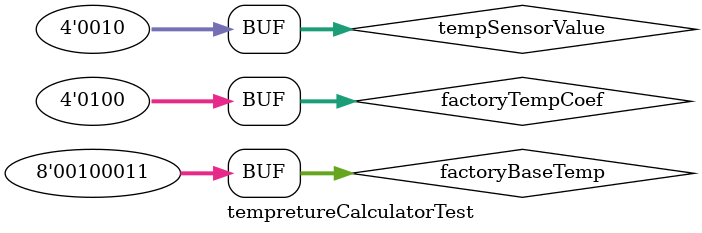
<source format=v>
`timescale 1ns / 1ps


module tempretureCalculatorTest;

	// Inputs
	reg [7:0] factoryBaseTemp;
	reg [3:0] factoryTempCoef;
	reg [3:0] tempSensorValue;

	// Outputs
	wire [7:0] temperature;

	// Instantiate the Unit Under Test (UUT)
	TemperatureCalculator uut (
		.factoryBaseTemp(factoryBaseTemp), 
		.factoryTempCoef(factoryTempCoef), 
		.tempSensorValue(tempSensorValue), 
		.temperature(temperature)
	);

	initial begin
		// Initialize Inputs
		factoryBaseTemp = 8'b00011110;
		factoryTempCoef = 4'b0100;
		tempSensorValue = 4'b0010;

		// Wait 100 ns for global reset to finish
		#100;
      factoryBaseTemp = 8'b00100011;
		factoryTempCoef = 4'b0100;
		tempSensorValue = 4'b0010;

		// Wait 100 ns for global reset to finish
		#100;
          
		// Add stimulus here

	end
      
endmodule


</source>
